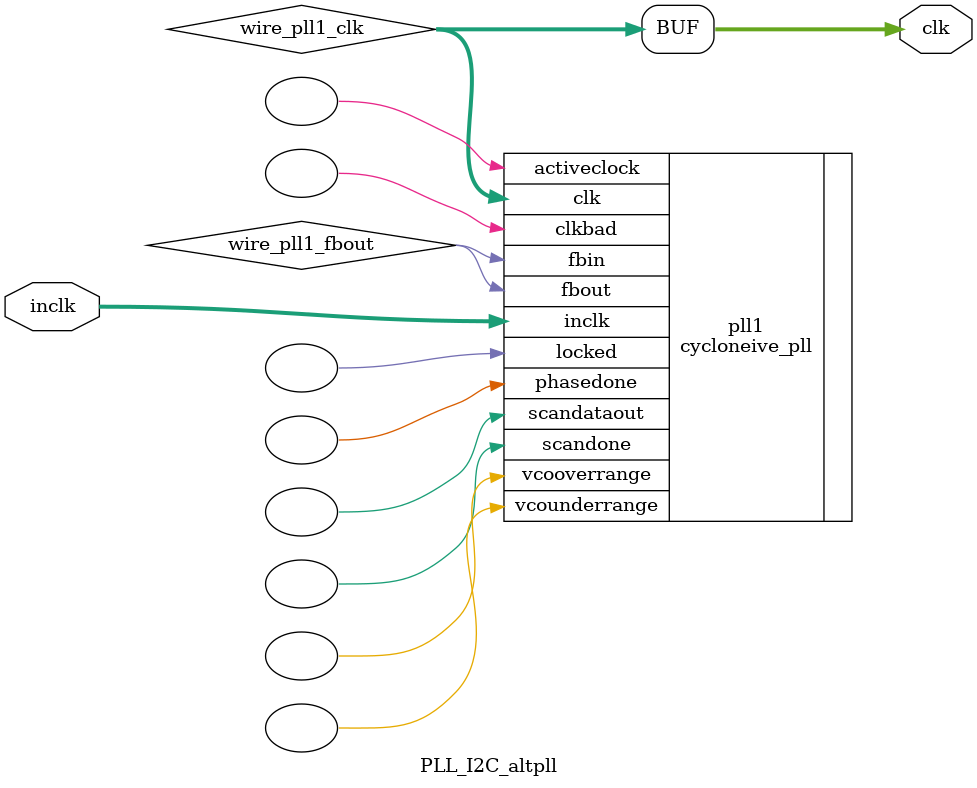
<source format=v>






//synthesis_resources = cycloneive_pll 1 
//synopsys translate_off
`timescale 1 ps / 1 ps
//synopsys translate_on
module  PLL_I2C_altpll
	( 
	clk,
	inclk) /* synthesis synthesis_clearbox=1 */;
	output   [4:0]  clk;
	input   [1:0]  inclk;
`ifndef ALTERA_RESERVED_QIS
// synopsys translate_off
`endif
	tri0   [1:0]  inclk;
`ifndef ALTERA_RESERVED_QIS
// synopsys translate_on
`endif

	wire  [4:0]   wire_pll1_clk;
	wire  wire_pll1_fbout;

	cycloneive_pll   pll1
	( 
	.activeclock(),
	.clk(wire_pll1_clk),
	.clkbad(),
	.fbin(wire_pll1_fbout),
	.fbout(wire_pll1_fbout),
	.inclk(inclk),
	.locked(),
	.phasedone(),
	.scandataout(),
	.scandone(),
	.vcooverrange(),
	.vcounderrange()
	`ifndef FORMAL_VERIFICATION
	// synopsys translate_off
	`endif
	,
	.areset(1'b0),
	.clkswitch(1'b0),
	.configupdate(1'b0),
	.pfdena(1'b1),
	.phasecounterselect({3{1'b0}}),
	.phasestep(1'b0),
	.phaseupdown(1'b0),
	.scanclk(1'b0),
	.scanclkena(1'b1),
	.scandata(1'b0)
	`ifndef FORMAL_VERIFICATION
	// synopsys translate_on
	`endif
	);
	defparam
		pll1.bandwidth_type = "auto",
		pll1.clk0_divide_by = 5,
		pll1.clk0_duty_cycle = 50,
		pll1.clk0_multiply_by = 4,
		pll1.clk0_phase_shift = "0",
		pll1.compensate_clock = "clk0",
		pll1.inclk0_input_frequency = 20000,
		pll1.operation_mode = "normal",
		pll1.pll_type = "auto",
		pll1.lpm_type = "cycloneive_pll";
	assign
		clk = {wire_pll1_clk[4:0]};
endmodule //PLL_I2C_altpll
//VALID FILE

</source>
